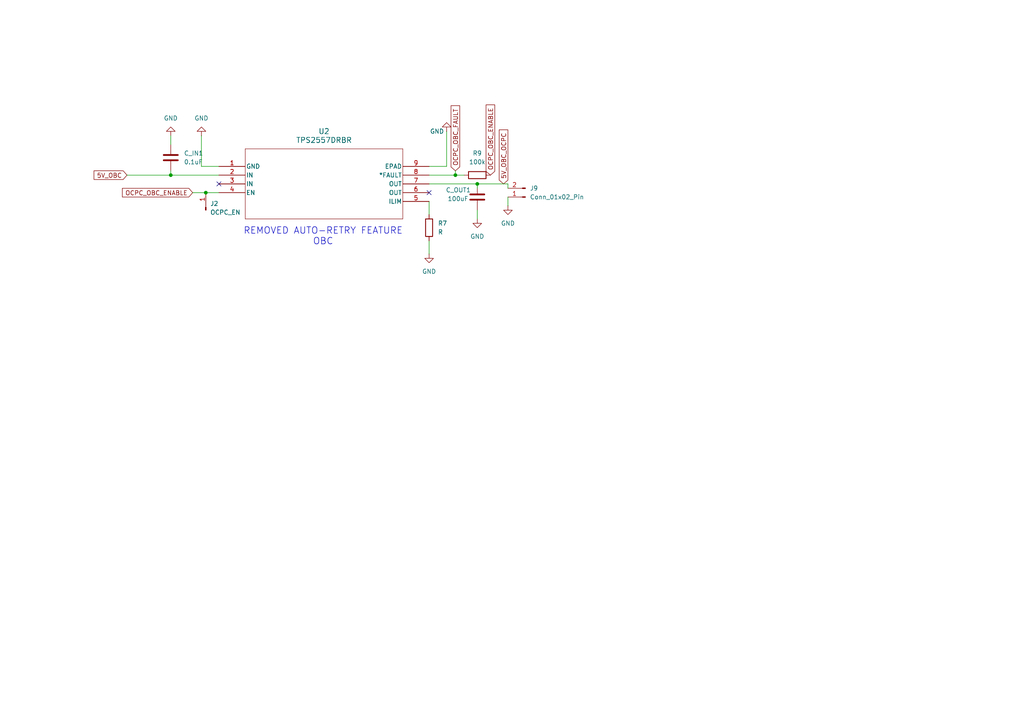
<source format=kicad_sch>
(kicad_sch (version 20231120) (generator "eeschema") (generator_version "8.0")
  (paper "A4")
  (lib_symbols
    (symbol "Connector:Conn_01x01_Pin" (pin_names (offset 1.016) hide)
      (property "Reference" "J" (at 0 2.54 0))
      (property "Value" "Conn_01x01_Pin" (at 0 -2.54 0))
      (symbol "Conn_01x01_Pin_1_1"
        (polyline (pts (xy 1.27 0) (xy 0.8636 0)) (stroke (width 0.1524)))
        (rectangle (start 0.8636 0.127) (end 0 -0.127) (stroke (width 0.1524)) (fill (type outline)))
        (pin passive line (at 5.08 0 180) (length 3.81) (name "Pin_1") (number "1"))
      )
    )
    (symbol "Connector:Conn_01x02_Pin" (pin_names (offset 1.016) hide)
      (property "Reference" "J" (at 0 2.54 0))
      (property "Value" "Conn_01x02_Pin" (at 0 -5.08 0))
      (symbol "Conn_01x02_Pin_1_1"
        (polyline (pts (xy 1.27 -2.54) (xy 0.8636 -2.54)) (stroke (width 0.1524)))
        (polyline (pts (xy 1.27 0) (xy 0.8636 0)) (stroke (width 0.1524)))
        (rectangle (start 0.8636 -2.413) (end 0 -2.667) (stroke (width 0.1524)) (fill (type outline)))
        (rectangle (start 0.8636 0.127) (end 0 -0.127) (stroke (width 0.1524)) (fill (type outline)))
        (pin passive line (at 5.08 0 180) (length 3.81) (name "Pin_1") (number "1"))
        (pin passive line (at 5.08 -2.54 180) (length 3.81) (name "Pin_2") (number "2"))
      )
    )
    (symbol "Device:C" (pin_numbers hide) (pin_names (offset 0.254))
      (property "Reference" "C" (at 0.635 2.54 0))
      (property "Value" "C" (at 0.635 -2.54 0))
      (symbol "C_0_1"
        (polyline (pts (xy -2.032 -0.762) (xy 2.032 -0.762)) (stroke (width 0.508)))
        (polyline (pts (xy -2.032 0.762) (xy 2.032 0.762)) (stroke (width 0.508)))
      )
      (symbol "C_1_1"
        (pin passive line (at 0 3.81 270) (length 2.794) (name "~") (number "1"))
        (pin passive line (at 0 -3.81 90) (length 2.794) (name "~") (number "2"))
      )
    )
    (symbol "Device:R" (pin_numbers hide) (pin_names (offset 0))
      (property "Reference" "R" (at 2.032 0 90))
      (property "Value" "R" (at 0 0 90))
      (symbol "R_0_1"
        (rectangle (start -1.016 -2.54) (end 1.016 2.54) (stroke (width 0.254)))
      )
      (symbol "R_1_1"
        (pin passive line (at 0 3.81 270) (length 1.27) (name "~") (number "1"))
        (pin passive line (at 0 -3.81 90) (length 1.27) (name "~") (number "2"))
      )
    )
    (symbol "TPS2557:TPS2557DRBR" (pin_names (offset 0.254))
      (property "Reference" "U" (at 30.48 10.16 0))
      (property "Value" "TPS2557DRBR" (at 30.48 7.62 0))
      (symbol "TPS2557DRBR_0_1"
        (polyline (pts (xy 7.62 -15.24) (xy 53.34 -15.24)) (stroke (width 0.127)))
        (polyline (pts (xy 7.62 5.08) (xy 7.62 -15.24)) (stroke (width 0.127)))
        (polyline (pts (xy 53.34 -15.24) (xy 53.34 5.08)) (stroke (width 0.127)))
        (polyline (pts (xy 53.34 5.08) (xy 7.62 5.08)) (stroke (width 0.127)))
        (pin power_in line (at 0 0 0) (length 7.62) (name "GND") (number "1"))
        (pin input line (at 0 -2.54 0) (length 7.62) (name "IN") (number "2"))
        (pin input line (at 0 -5.08 0) (length 7.62) (name "IN") (number "3"))
        (pin input line (at 0 -7.62 0) (length 7.62) (name "EN") (number "4"))
        (pin output line (at 60.96 -10.16 180) (length 7.62) (name "ILIM") (number "5"))
        (pin output line (at 60.96 -7.62 180) (length 7.62) (name "OUT") (number "6"))
        (pin output line (at 60.96 -5.08 180) (length 7.62) (name "OUT") (number "7"))
        (pin output line (at 60.96 -2.54 180) (length 7.62) (name "*FAULT") (number "8"))
        (pin unspecified line (at 60.96 0 180) (length 7.62) (name "EPAD") (number "9"))
      )
    )
    (symbol "power:GND" (power) (pin_numbers hide) (pin_names (offset 0) hide)
      (property "Value" "GND" (at 0 -3.81 0))
      (symbol "GND_0_1"
        (polyline (pts (xy 0 0) (xy 0 -1.27) (xy 1.27 -1.27) (xy 0 -2.54) (xy -1.27 -1.27) (xy 0 -1.27)))
      )
      (symbol "GND_1_1"
        (pin power_in line (at 0 0 270) (length 0) (name "~") (number "1"))
      )
    )
  )
  (junction (at 59.69 55.88))
  (junction (at 49.53 50.8))
  (junction (at 138.43 53.34))
  (junction (at 132.08 50.8))
  (no_connect (at 124.46 55.88))
  (no_connect (at 63.5 53.34))
  (wire (pts (xy 147.32 57.15) (xy 147.32 59.69)))
  (wire (pts (xy 55.88 55.88) (xy 59.69 55.88)))
  (wire (pts (xy 129.54 38.1) (xy 129.54 48.26)))
  (wire (pts (xy 49.53 49.53) (xy 49.53 50.8)))
  (wire (pts (xy 124.46 58.42) (xy 124.46 62.23)))
  (wire (pts (xy 138.43 63.5) (xy 138.43 60.96)))
  (wire (pts (xy 147.32 53.34) (xy 147.32 54.61)))
  (wire (pts (xy 124.46 48.26) (xy 129.54 48.26)))
  (wire (pts (xy 49.53 39.37) (xy 49.53 41.91)))
  (wire (pts (xy 132.08 50.8) (xy 134.62 50.8)))
  (wire (pts (xy 138.43 54.61) (xy 138.43 53.34)))
  (wire (pts (xy 124.46 50.8) (xy 132.08 50.8)))
  (wire (pts (xy 59.69 55.88) (xy 63.5 55.88)))
  (wire (pts (xy 49.53 50.8) (xy 63.5 50.8)))
  (wire (pts (xy 58.42 39.37) (xy 58.42 48.26)))
  (wire (pts (xy 132.08 49.53) (xy 132.08 50.8)))
  (wire (pts (xy 138.43 53.34) (xy 147.32 53.34)))
  (wire (pts (xy 36.83 50.8) (xy 49.53 50.8)))
  (wire (pts (xy 124.46 53.34) (xy 138.43 53.34)))
  (wire (pts (xy 63.5 48.26) (xy 58.42 48.26)))
  (wire (pts (xy 124.46 69.85) (xy 124.46 73.66)))
  (text "REMOVED AUTO-RETRY FEATURE\nOBC\n\n" (at 93.726 70.104 0) (effects (font (size 1.905 1.905))))
  (global_label "OCPC_OBC_ENABLE" (shape input) (at 142.24 50.8 90) (property "Intersheetrefs" "${INTERSHEET_REFS}" (effects (hide yes))))
  (global_label "OCPC_OBC_ENABLE" (shape input) (at 55.88 55.88 180) (property "Intersheetrefs" "${INTERSHEET_REFS}" (effects (hide yes))))
  (global_label "5V_OBC" (shape input) (at 36.83 50.8 180) (property "Intersheetrefs" "${INTERSHEET_REFS}" (effects (hide yes))))
  (global_label "OCPC_OBC_FAULT" (shape input) (at 132.08 49.53 90) (property "Intersheetrefs" "${INTERSHEET_REFS}" (effects (hide yes))))
  (global_label "5V_OBC_OCPC" (shape input) (at 146.05 53.34 90) (property "Intersheetrefs" "${INTERSHEET_REFS}" (effects (hide yes))))
  (symbol (lib_id "Device:C") (at 138.43 57.15 180) (unit 1)
    (property "Reference" "C_OUT1" (at 129.286 55.118 0) (effects (justify right)))
    (property "Value" "100uF" (at 129.794 57.658 0) (effects (justify right)))
    (property "Footprint" "Capacitor_SMD:C_0504_1310Metric" (effects (hide yes)))
    (property "Description" "Unpolarized capacitor" (effects (hide yes)))
  )
  (symbol (lib_id "power:GND") (at 147.32 59.69 0) (unit 1)
    (property "Reference" "#PWR016" (effects (hide yes)))
    (property "Value" "GND" (at 147.32 64.77 0))
    (property "Description" "Power symbol creates a global label with name \"GND\" , ground" (effects (hide yes)))
  )
  (symbol (lib_id "power:GND") (at 49.53 39.37 180) (unit 1)
    (property "Reference" "#PWR011" (effects (hide yes)))
    (property "Value" "GND" (at 49.53 34.29 0))
    (property "Description" "Power symbol creates a global label with name \"GND\" , ground" (effects (hide yes)))
  )
  (symbol (lib_id "power:GND") (at 129.54 38.1 180) (unit 1)
    (property "Reference" "#PWR014" (effects (hide yes)))
    (property "Value" "GND" (at 126.746 38.1 0))
    (property "Description" "Power symbol creates a global label with name \"GND\" , ground" (effects (hide yes)))
  )
  (symbol (lib_id "power:GND") (at 124.46 73.66 0) (unit 1)
    (property "Reference" "#PWR013" (effects (hide yes)))
    (property "Value" "GND" (at 124.46 78.74 0))
    (property "Description" "Power symbol creates a global label with name \"GND\" , ground" (effects (hide yes)))
  )
  (symbol (lib_id "Device:C") (at 49.53 45.72 0) (unit 1)
    (property "Reference" "C_IN1" (at 53.34 44.4499 0) (effects (justify left)))
    (property "Value" "0.1uF" (at 53.34 46.9899 0) (effects (justify left)))
    (property "Footprint" "Capacitor_SMD:C_0603_1608Metric" (effects (hide yes)))
    (property "Description" "Unpolarized capacitor" (effects (hide yes)))
  )
  (symbol (lib_id "Connector:Conn_01x01_Pin") (at 59.69 60.96 90) (unit 1)
    (property "Reference" "J2" (at 60.96 59.0549 90) (effects (justify right)))
    (property "Value" "OCPC_EN" (at 60.96 61.5949 90) (effects (justify right)))
    (property "Description" "Generic connector, single row, 01x01, script generated" (effects (hide yes)))
  )
  (symbol (lib_id "TPS2557:TPS2557DRBR") (at 63.5 48.26 0) (unit 1)
    (property "Reference" "U2" (at 93.98 38.1 0) (effects (font (size 1.524 1.524))))
    (property "Value" "TPS2557DRBR" (at 93.98 40.64 0) (effects (font (size 1.524 1.524))))
    (property "Footprint" "TPS2557:DRB8_2P4X1P65" (effects (hide yes)))
    (property "Datasheet" "TPS2557DRBR" (effects (hide yes)))
  )
  (symbol (lib_id "Device:R") (at 138.43 50.8 270) (unit 1)
    (property "Reference" "R9" (at 138.43 44.45 90))
    (property "Value" "100k" (at 138.43 46.99 90))
    (property "Footprint" "Resistor_SMD:R_01005_0402Metric_Pad0.57x0.30mm_HandSolder" (effects (hide yes)))
    (property "Description" "Resistor" (effects (hide yes)))
  )
  (symbol (lib_id "power:GND") (at 138.43 63.5 0) (unit 1)
    (property "Reference" "#PWR015" (effects (hide yes)))
    (property "Value" "GND" (at 138.43 68.58 0))
    (property "Description" "Power symbol creates a global label with name \"GND\" , ground" (effects (hide yes)))
  )
  (symbol (lib_id "power:GND") (at 58.42 39.37 180) (unit 1)
    (property "Reference" "#PWR012" (effects (hide yes)))
    (property "Value" "GND" (at 58.42 34.29 0))
    (property "Description" "Power symbol creates a global label with name \"GND\" , ground" (effects (hide yes)))
  )
  (symbol (lib_id "Device:R") (at 124.46 66.04 0) (unit 1)
    (property "Reference" "R7" (at 127 64.7699 0) (effects (justify left)))
    (property "Value" "R" (at 127 67.3099 0) (effects (justify left)))
    (property "Footprint" "Resistor_SMD:R_0603_1608Metric_Pad0.98x0.95mm_HandSolder" (effects (hide yes)))
    (property "Description" "Resistor" (effects (hide yes)))
  )
  (symbol (lib_id "Connector:Conn_01x02_Pin") (at 152.4 57.15 180) (unit 1)
    (property "Reference" "J9" (at 153.67 54.6099 0) (effects (justify right)))
    (property "Value" "Conn_01x02_Pin" (at 153.67 57.1499 0) (effects (justify right)))
    (property "Footprint" "Connector_PinHeader_2.54mm:PinHeader_1x02_P2.54mm_Vertical" (effects (hide yes)))
    (property "Description" "Generic connector, single row, 01x02, script generated" (effects (hide yes)))
  )
)
</source>
